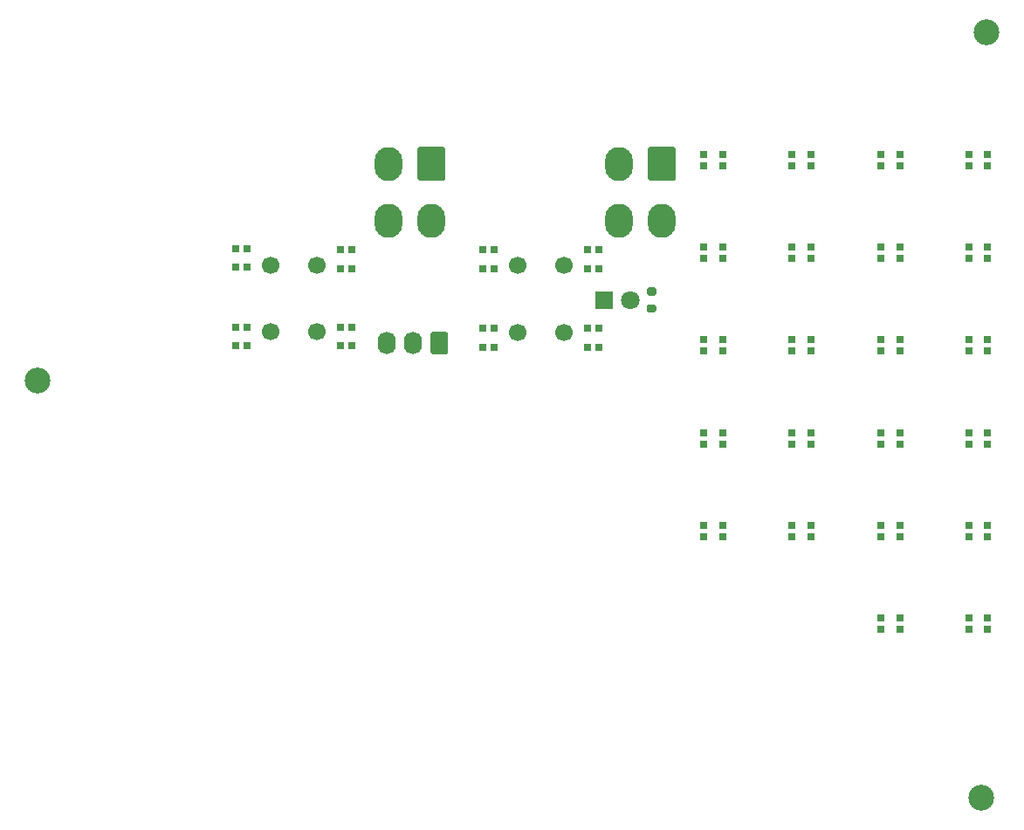
<source format=gbr>
%TF.GenerationSoftware,KiCad,Pcbnew,(5.1.12-1-10_14)*%
%TF.CreationDate,2021-11-28T14:02:16+11:00*%
%TF.ProjectId,ewi_v3,6577695f-7633-42e6-9b69-6361645f7063,rev?*%
%TF.SameCoordinates,Original*%
%TF.FileFunction,Soldermask,Top*%
%TF.FilePolarity,Negative*%
%FSLAX46Y46*%
G04 Gerber Fmt 4.6, Leading zero omitted, Abs format (unit mm)*
G04 Created by KiCad (PCBNEW (5.1.12-1-10_14)) date 2021-11-28 14:02:16*
%MOMM*%
%LPD*%
G01*
G04 APERTURE LIST*
%ADD10R,0.700000X0.700000*%
%ADD11C,1.700000*%
%ADD12O,1.740000X2.190000*%
%ADD13O,2.700000X3.300000*%
%ADD14C,2.500000*%
%ADD15C,1.800000*%
%ADD16R,1.800000X1.800000*%
G04 APERTURE END LIST*
D10*
%TO.C,D31*%
X187274799Y-117718750D03*
X187274799Y-118818750D03*
X185444799Y-118818750D03*
X185444799Y-117718750D03*
%TD*%
%TO.C,D30*%
X195809199Y-117718750D03*
X195809199Y-118818750D03*
X193979199Y-118818750D03*
X193979199Y-117718750D03*
%TD*%
%TO.C,D29*%
X193979199Y-109827150D03*
X193979199Y-108727150D03*
X195809199Y-108727150D03*
X195809199Y-109827150D03*
%TD*%
%TO.C,D28*%
X185444799Y-109827150D03*
X185444799Y-108727150D03*
X187274799Y-108727150D03*
X187274799Y-109827150D03*
%TD*%
%TO.C,D27*%
X176834199Y-109827150D03*
X176834199Y-108727150D03*
X178664199Y-108727150D03*
X178664199Y-109827150D03*
%TD*%
%TO.C,D26*%
X168299799Y-109827150D03*
X168299799Y-108727150D03*
X170129799Y-108727150D03*
X170129799Y-109827150D03*
%TD*%
%TO.C,D25*%
X170129799Y-99735550D03*
X170129799Y-100835550D03*
X168299799Y-100835550D03*
X168299799Y-99735550D03*
%TD*%
%TO.C,D24*%
X178664199Y-99735550D03*
X178664199Y-100835550D03*
X176834199Y-100835550D03*
X176834199Y-99735550D03*
%TD*%
%TO.C,D23*%
X187274799Y-99735550D03*
X187274799Y-100835550D03*
X185444799Y-100835550D03*
X185444799Y-99735550D03*
%TD*%
%TO.C,D22*%
X195809199Y-99735550D03*
X195809199Y-100835550D03*
X193979199Y-100835550D03*
X193979199Y-99735550D03*
%TD*%
%TO.C,D21*%
X193979199Y-91843950D03*
X193979199Y-90743950D03*
X195809199Y-90743950D03*
X195809199Y-91843950D03*
%TD*%
%TO.C,D20*%
X185444799Y-91843950D03*
X185444799Y-90743950D03*
X187274799Y-90743950D03*
X187274799Y-91843950D03*
%TD*%
%TO.C,D19*%
X176834199Y-91843950D03*
X176834199Y-90743950D03*
X178664199Y-90743950D03*
X178664199Y-91843950D03*
%TD*%
%TO.C,D18*%
X168299799Y-91843950D03*
X168299799Y-90743950D03*
X170129799Y-90743950D03*
X170129799Y-91843950D03*
%TD*%
%TO.C,D17*%
X170129799Y-81752351D03*
X170129799Y-82852351D03*
X168299799Y-82852351D03*
X168299799Y-81752351D03*
%TD*%
%TO.C,D16*%
X178664199Y-81752351D03*
X178664199Y-82852351D03*
X176834199Y-82852351D03*
X176834199Y-81752351D03*
%TD*%
%TO.C,D15*%
X187274799Y-81752351D03*
X187274799Y-82852351D03*
X185444799Y-82852351D03*
X185444799Y-81752351D03*
%TD*%
%TO.C,D14*%
X195809199Y-81752351D03*
X195809199Y-82852351D03*
X193979199Y-82852351D03*
X193979199Y-81752351D03*
%TD*%
%TO.C,D13*%
X193979199Y-73860751D03*
X193979199Y-72760751D03*
X195809199Y-72760751D03*
X195809199Y-73860751D03*
%TD*%
%TO.C,D12*%
X185444799Y-73860751D03*
X185444799Y-72760751D03*
X187274799Y-72760751D03*
X187274799Y-73860751D03*
%TD*%
%TO.C,D11*%
X176834199Y-73860750D03*
X176834199Y-72760750D03*
X178664199Y-72760750D03*
X178664199Y-73860750D03*
%TD*%
%TO.C,D10*%
X168299799Y-73860750D03*
X168299799Y-72760750D03*
X170129799Y-72760750D03*
X170129799Y-73860750D03*
%TD*%
%TO.C,D9*%
X158133249Y-83843149D03*
X157033249Y-83843149D03*
X157033249Y-82013149D03*
X158133249Y-82013149D03*
%TD*%
%TO.C,D8*%
X158133249Y-91463149D03*
X157033249Y-91463149D03*
X157033249Y-89633149D03*
X158133249Y-89633149D03*
%TD*%
%TO.C,D7*%
X146873249Y-89633149D03*
X147973249Y-89633149D03*
X147973249Y-91463149D03*
X146873249Y-91463149D03*
%TD*%
%TO.C,D6*%
X146873249Y-82013149D03*
X147973249Y-82013149D03*
X147973249Y-83843149D03*
X146873249Y-83843149D03*
%TD*%
%TO.C,D5*%
X134173249Y-83843149D03*
X133073249Y-83843149D03*
X133073249Y-82013149D03*
X134173249Y-82013149D03*
%TD*%
%TO.C,D4*%
X134173249Y-91333093D03*
X133073249Y-91333093D03*
X133073249Y-89503093D03*
X134173249Y-89503093D03*
%TD*%
%TO.C,D3*%
X122913249Y-89503093D03*
X124013249Y-89503093D03*
X124013249Y-91333093D03*
X122913249Y-91333093D03*
%TD*%
%TO.C,D2*%
X122913249Y-81883093D03*
X124013249Y-81883093D03*
X124013249Y-83713093D03*
X122913249Y-83713093D03*
%TD*%
D11*
%TO.C,SW2*%
X154749499Y-83492597D03*
X154749499Y-89992597D03*
X150249499Y-83492597D03*
X150249499Y-89992597D03*
%TD*%
%TO.C,SW1*%
X130784599Y-83479897D03*
X130784599Y-89979897D03*
X126284599Y-83479897D03*
X126284599Y-89979897D03*
%TD*%
%TO.C,R1*%
G36*
G01*
X162919999Y-87283097D02*
X163469999Y-87283097D01*
G75*
G02*
X163669999Y-87483097I0J-200000D01*
G01*
X163669999Y-87883097D01*
G75*
G02*
X163469999Y-88083097I-200000J0D01*
G01*
X162919999Y-88083097D01*
G75*
G02*
X162719999Y-87883097I0J200000D01*
G01*
X162719999Y-87483097D01*
G75*
G02*
X162919999Y-87283097I200000J0D01*
G01*
G37*
G36*
G01*
X162919999Y-85633097D02*
X163469999Y-85633097D01*
G75*
G02*
X163669999Y-85833097I0J-200000D01*
G01*
X163669999Y-86233097D01*
G75*
G02*
X163469999Y-86433097I-200000J0D01*
G01*
X162919999Y-86433097D01*
G75*
G02*
X162719999Y-86233097I0J200000D01*
G01*
X162719999Y-85833097D01*
G75*
G02*
X162919999Y-85633097I200000J0D01*
G01*
G37*
%TD*%
D12*
%TO.C,J3*%
X137540999Y-91049097D03*
X140080999Y-91049097D03*
G36*
G01*
X143490999Y-90204096D02*
X143490999Y-91894098D01*
G75*
G02*
X143241000Y-92144097I-249999J0D01*
G01*
X142000998Y-92144097D01*
G75*
G02*
X141750999Y-91894098I0J249999D01*
G01*
X141750999Y-90204096D01*
G75*
G02*
X142000998Y-89954097I249999J0D01*
G01*
X143241000Y-89954097D01*
G75*
G02*
X143490999Y-90204096I0J-249999D01*
G01*
G37*
%TD*%
D13*
%TO.C,J2*%
X160010999Y-79150097D03*
X164210999Y-79150097D03*
X160010999Y-73650097D03*
G36*
G01*
X165560999Y-72250098D02*
X165560999Y-75050096D01*
G75*
G02*
X165310998Y-75300097I-250001J0D01*
G01*
X163111000Y-75300097D01*
G75*
G02*
X162860999Y-75050096I0J250001D01*
G01*
X162860999Y-72250098D01*
G75*
G02*
X163111000Y-72000097I250001J0D01*
G01*
X165310998Y-72000097D01*
G75*
G02*
X165560999Y-72250098I0J-250001D01*
G01*
G37*
%TD*%
%TO.C,J1*%
X137658999Y-79150097D03*
X141858999Y-79150097D03*
X137658999Y-73650097D03*
G36*
G01*
X143208999Y-72250098D02*
X143208999Y-75050096D01*
G75*
G02*
X142958998Y-75300097I-250001J0D01*
G01*
X140759000Y-75300097D01*
G75*
G02*
X140508999Y-75050096I0J250001D01*
G01*
X140508999Y-72250098D01*
G75*
G02*
X140759000Y-72000097I250001J0D01*
G01*
X142958998Y-72000097D01*
G75*
G02*
X143208999Y-72250098I0J-250001D01*
G01*
G37*
%TD*%
D14*
%TO.C,H3*%
X195198999Y-135118097D03*
%TD*%
%TO.C,H2*%
X195706999Y-60928251D03*
%TD*%
%TO.C,H1*%
X103632000Y-94699611D03*
%TD*%
D15*
%TO.C,D1*%
X161162999Y-86858097D03*
D16*
X158622999Y-86858097D03*
%TD*%
M02*

</source>
